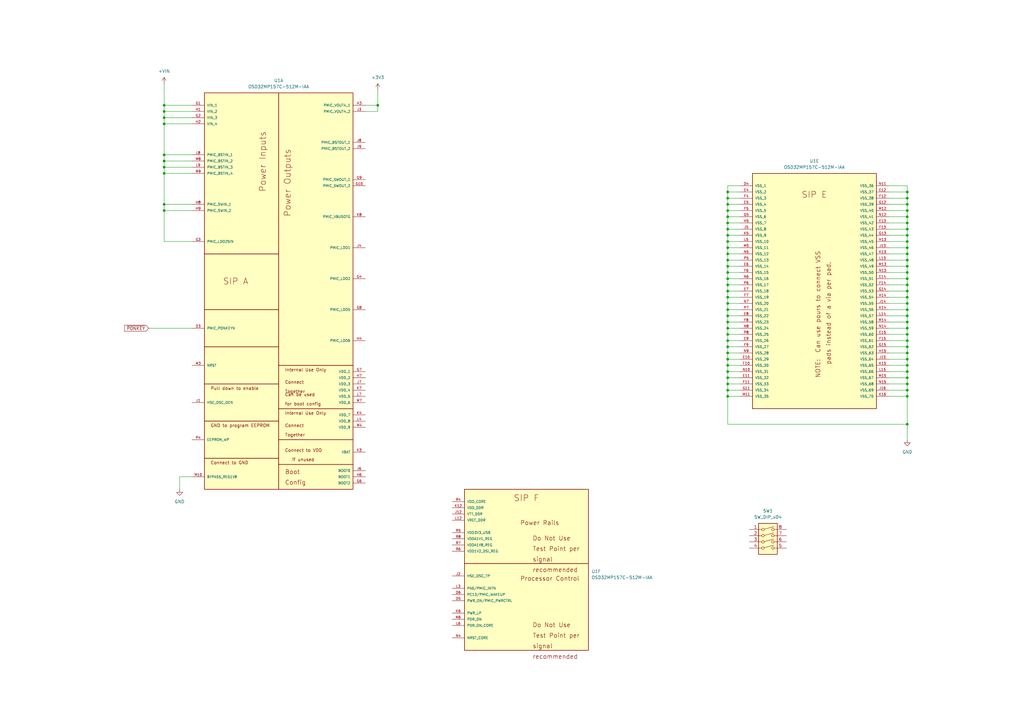
<source format=kicad_sch>
(kicad_sch (version 20231120) (generator "eeschema") (generator_version "8.0")
  (paper "A3")
  (lib_symbols
    (symbol "OSD32MP157C-512M-IAA:OSD32MP157C-512M-IAA" (pin_names (offset 1.016))
      (property "Reference" "U" (at 0 165.1 0))
      (property "Value" "OSD32MP157C-512M-IAA" (at 0 -2.54 0))
      (symbol "OSD32MP157C-512M-IAA_1_0"
        (polyline (pts (xy 0 96.52) (xy 30.48 96.52)) (stroke (width 0.254)))
        (polyline (pts (xy 30.48 10.16) (xy 30.48 0)) (stroke (width 0.254)))
        (polyline (pts (xy 30.48 10.16) (xy 30.48 12.7)) (stroke (width 0.254)))
        (polyline (pts (xy 30.48 12.7) (xy 0 12.7)) (stroke (width 0.254)))
        (polyline (pts (xy 30.48 20.32) (xy 30.48 12.7)) (stroke (width 0.254)))
        (polyline (pts (xy 30.48 20.32) (xy 30.48 27.94)) (stroke (width 0.254)))
        (polyline (pts (xy 30.48 20.32) (xy 60.96 20.32)) (stroke (width 0.254)))
        (polyline (pts (xy 30.48 27.94) (xy 0 27.94)) (stroke (width 0.254)))
        (polyline (pts (xy 30.48 33.02) (xy 30.48 27.94)) (stroke (width 0.254)))
        (polyline (pts (xy 30.48 33.02) (xy 60.96 33.02)) (stroke (width 0.254)))
        (polyline (pts (xy 30.48 43.18) (xy 0 43.18)) (stroke (width 0.254)))
        (polyline (pts (xy 30.48 43.18) (xy 30.48 33.02)) (stroke (width 0.254)))
        (polyline (pts (xy 30.48 50.8) (xy 30.48 43.18)) (stroke (width 0.254)))
        (polyline (pts (xy 30.48 50.8) (xy 60.96 50.8)) (stroke (width 0.254)))
        (polyline (pts (xy 30.48 58.42) (xy 0 58.42)) (stroke (width 0.254)))
        (polyline (pts (xy 30.48 58.42) (xy 30.48 50.8)) (stroke (width 0.254)))
        (polyline (pts (xy 30.48 73.66) (xy 0 73.66)) (stroke (width 0.254)))
        (polyline (pts (xy 30.48 73.66) (xy 30.48 58.42)) (stroke (width 0.254)))
        (polyline (pts (xy 30.48 96.52) (xy 30.48 73.66)) (stroke (width 0.254)))
        (polyline (pts (xy 30.48 162.56) (xy 30.48 96.52)) (stroke (width 0.254)))
        (polyline (pts (xy 60.96 10.16) (xy 30.48 10.16)) (stroke (width 0.254)))
        (rectangle (start 0 0) (end 60.96 162.56) (stroke (width 0.254)) (fill (type background)))
        (text "   if unused" (at 33.02 11.43 0) (effects (font (size 1.27 1.27)) (justify left bottom)))
        (text "Boot " (at 33.02 6.096 0) (effects (font (size 1.778 1.778)) (justify left bottom)))
        (text "Can be used" (at 33.02 38.1 0) (effects (font (size 1.27 1.27)) (justify left bottom)))
        (text "Config" (at 33.02 1.778 0) (effects (font (size 1.778 1.778)) (justify left bottom)))
        (text "Connect" (at 33.02 25.4 0) (effects (font (size 1.27 1.27)) (justify left bottom)))
        (text "Connect" (at 33.02 43.18 0) (effects (font (size 1.27 1.27)) (justify left bottom)))
        (text "Connect to GND" (at 2.54 10.16 0) (effects (font (size 1.27 1.27)) (justify left bottom)))
        (text "Connect to VDD" (at 33.02 15.24 0) (effects (font (size 1.27 1.27)) (justify left bottom)))
        (text "for boot config" (at 33.02 34.29 0) (effects (font (size 1.27 1.27)) (justify left bottom)))
        (text "GND to program EEPROM" (at 2.54 25.4 0) (effects (font (size 1.27 1.27)) (justify left bottom)))
        (text "Internal Use Only" (at 33.02 30.48 0) (effects (font (size 1.27 1.27)) (justify left bottom)))
        (text "Internal Use Only" (at 33.02 48.26 0) (effects (font (size 1.27 1.27)) (justify left bottom)))
        (text "Power Inputs" (at 25.4 121.92 900) (effects (font (size 2.54 2.54)) (justify left bottom)))
        (text "Power Outputs" (at 35.56 111.76 900) (effects (font (size 2.54 2.54)) (justify left bottom)))
        (text "Pull down to enable" (at 2.54 40.64 0) (effects (font (size 1.27 1.27)) (justify left bottom)))
        (text "SIP A" (at 7.62 83.82 0) (effects (font (size 2.54 2.54)) (justify left bottom)))
        (text "Together" (at 33.02 21.59 0) (effects (font (size 1.27 1.27)) (justify left bottom)))
        (text "Together" (at 33.02 39.37 0) (effects (font (size 1.27 1.27)) (justify left bottom)))
        (pin bidirectional line (at -5.08 66.04 0) (length 5.08) (name "PMIC_PONKEYN") (number "D3"))
        (pin bidirectional line (at -5.08 157.48 0) (length 5.08) (name "VIN_1") (number "G1"))
        (pin bidirectional line (at 66.04 124.46 180) (length 5.08) (name "PMIC_SWOUT_2") (number "G10"))
        (pin bidirectional line (at -5.08 152.4 0) (length 5.08) (name "VIN_3") (number "G2"))
        (pin bidirectional line (at -5.08 101.6 0) (length 5.08) (name "PMIC_LDO25IN") (number "G3"))
        (pin bidirectional line (at 66.04 86.36 180) (length 5.08) (name "PMIC_LDO2") (number "G4"))
        (pin bidirectional line (at 66.04 2.54 180) (length 5.08) (name "BOOT2") (number "G6"))
        (pin bidirectional line (at 66.04 48.26 180) (length 5.08) (name "VDD_1") (number "G7"))
        (pin bidirectional line (at 66.04 73.66 180) (length 5.08) (name "PMIC_LDO5") (number "G8"))
        (pin bidirectional line (at 66.04 127 180) (length 5.08) (name "PMIC_SWOUT_1") (number "G9"))
        (pin bidirectional line (at -5.08 154.94 0) (length 5.08) (name "VIN_2") (number "H1"))
        (pin bidirectional line (at -5.08 149.86 0) (length 5.08) (name "VIN_4") (number "H2"))
        (pin bidirectional line (at 66.04 157.48 180) (length 5.08) (name "PMIC_VOUT4_1") (number "H3"))
        (pin bidirectional line (at 66.04 60.96 180) (length 5.08) (name "PMIC_LDO6") (number "H4"))
        (pin bidirectional line (at 66.04 5.08 180) (length 5.08) (name "BOOT1") (number "H6"))
        (pin bidirectional line (at 66.04 45.72 180) (length 5.08) (name "VDD_2") (number "H7"))
        (pin bidirectional line (at -5.08 116.84 0) (length 5.08) (name "PMIC_SWIN_1") (number "H8"))
        (pin bidirectional line (at -5.08 114.3 0) (length 5.08) (name "PMIC_SWIN_2") (number "H9"))
        (pin bidirectional line (at -5.08 35.56 0) (length 5.08) (name "HSE_OSC_OEN") (number "J1"))
        (pin bidirectional line (at 66.04 154.94 180) (length 5.08) (name "PMIC_VOUT4_2") (number "J3"))
        (pin bidirectional line (at 66.04 99.06 180) (length 5.08) (name "PMIC_LDO1") (number "J4"))
        (pin bidirectional line (at 66.04 7.62 180) (length 5.08) (name "BOOT0") (number "J6"))
        (pin bidirectional line (at 66.04 43.18 180) (length 5.08) (name "VDD_3") (number "J7"))
        (pin bidirectional line (at 66.04 142.24 180) (length 5.08) (name "PMIC_BSTOUT_1") (number "J8"))
        (pin bidirectional line (at 66.04 139.7 180) (length 5.08) (name "PMIC_BSTOUT_2") (number "J9"))
        (pin bidirectional line (at 66.04 15.24 180) (length 5.08) (name "VBAT") (number "K3"))
        (pin bidirectional line (at 66.04 30.48 180) (length 5.08) (name "VDD_7") (number "K4"))
        (pin bidirectional line (at 66.04 40.64 180) (length 5.08) (name "VDD_4") (number "K7"))
        (pin bidirectional line (at 66.04 111.76 180) (length 5.08) (name "PMIC_VBUSOTG") (number "K8"))
        (pin bidirectional line (at 66.04 27.94 180) (length 5.08) (name "VDD_8") (number "L4"))
        (pin bidirectional line (at 66.04 38.1 180) (length 5.08) (name "VDD_5") (number "L7"))
        (pin bidirectional line (at -5.08 137.16 0) (length 5.08) (name "PMIC_BSTIN_1") (number "L8"))
        (pin bidirectional line (at -5.08 132.08 0) (length 5.08) (name "PMIC_BSTIN_3") (number "L9"))
        (pin bidirectional line (at -5.08 5.08 0) (length 5.08) (name "BYPASS_REG1V8") (number "M10"))
        (pin bidirectional line (at -5.08 50.8 0) (length 5.08) (name "NRST") (number "M3"))
        (pin bidirectional line (at 66.04 25.4 180) (length 5.08) (name "VDD_9") (number "M4"))
        (pin bidirectional line (at 66.04 35.56 180) (length 5.08) (name "VDD_6") (number "M7"))
        (pin bidirectional line (at -5.08 134.62 0) (length 5.08) (name "PMIC_BSTIN_2") (number "M8"))
        (pin bidirectional line (at -5.08 129.54 0) (length 5.08) (name "PMIC_BSTIN_4") (number "M9"))
        (pin bidirectional line (at -5.08 20.32 0) (length 5.08) (name "EEPROM_WP") (number "P4"))
      )
      (symbol "OSD32MP157C-512M-IAA_2_0"
        (rectangle (start 0 0) (end 50.8 96.52) (stroke (width 0.254)) (fill (type background)))
        (text "SIP B" (at 20.32 81.28 0) (effects (font (size 2.54 2.54)) (justify left bottom)))
        (pin bidirectional line (at -5.08 43.18 0) (length 5.08) (name "PB0") (number "A11"))
        (pin bidirectional line (at -5.08 73.66 0) (length 5.08) (name "PA7") (number "A12"))
        (pin bidirectional line (at -5.08 17.78 0) (length 5.08) (name "PB10") (number "A13"))
        (pin bidirectional line (at -5.08 10.16 0) (length 5.08) (name "PB13") (number "A14"))
        (pin bidirectional line (at -5.08 86.36 0) (length 5.08) (name "PA2") (number "A15"))
        (pin bidirectional line (at -5.08 78.74 0) (length 5.08) (name "PA5") (number "A16"))
        (pin bidirectional line (at 55.88 91.44 180) (length 5.08) (name "PC0") (number "A17"))
        (pin bidirectional line (at 55.88 5.08 180) (length 5.08) (name "PD15") (number "A2"))
        (pin bidirectional line (at -5.08 58.42 0) (length 5.08) (name "PA13") (number "A3"))
        (pin bidirectional line (at -5.08 83.82 0) (length 5.08) (name "PA3") (number "A5"))
        (pin bidirectional line (at -5.08 15.24 0) (length 5.08) (name "PB11") (number "A9"))
        (pin bidirectional line (at 55.88 20.32 180) (length 5.08) (name "PD9") (number "B1"))
        (pin bidirectional line (at -5.08 40.64 0) (length 5.08) (name "PB1") (number "B11"))
        (pin bidirectional line (at 55.88 81.28 180) (length 5.08) (name "PC4") (number "B12"))
        (pin bidirectional line (at -5.08 12.7 0) (length 5.08) (name "PB12") (number "B14"))
        (pin bidirectional line (at 55.88 88.9 180) (length 5.08) (name "PC1") (number "B15"))
        (pin bidirectional line (at -5.08 81.28 0) (length 5.08) (name "PA4") (number "B16"))
        (pin bidirectional line (at -5.08 76.2 0) (length 5.08) (name "PA6") (number "B17"))
        (pin bidirectional line (at 55.88 22.86 180) (length 5.08) (name "PD8") (number "B2"))
        (pin bidirectional line (at -5.08 55.88 0) (length 5.08) (name "PA14") (number "B3"))
        (pin bidirectional line (at 55.88 83.82 180) (length 5.08) (name "PC3") (number "B6"))
        (pin bidirectional line (at 55.88 78.74 180) (length 5.08) (name "PC5") (number "C12"))
        (pin bidirectional line (at -5.08 88.9 0) (length 5.08) (name "PA1") (number "C16"))
        (pin bidirectional line (at -5.08 30.48 0) (length 5.08) (name "PB5") (number "C17"))
        (pin bidirectional line (at 55.88 7.62 180) (length 5.08) (name "PD14") (number "C3"))
        (pin bidirectional line (at 55.88 86.36 180) (length 5.08) (name "PC2") (number "C7"))
        (pin bidirectional line (at 55.88 15.24 180) (length 5.08) (name "PD11") (number "E18"))
        (pin bidirectional line (at 55.88 12.7 180) (length 5.08) (name "PD12") (number "F16"))
        (pin bidirectional line (at 55.88 10.16 180) (length 5.08) (name "PD13") (number "F17"))
        (pin bidirectional line (at -5.08 27.94 0) (length 5.08) (name "PB6") (number "H18"))
        (pin bidirectional line (at -5.08 66.04 0) (length 5.08) (name "PA10") (number "L16"))
        (pin bidirectional line (at -5.08 63.5 0) (length 5.08) (name "PA11") (number "L17"))
        (pin bidirectional line (at -5.08 60.96 0) (length 5.08) (name "PA12") (number "L18"))
        (pin bidirectional line (at -5.08 38.1 0) (length 5.08) (name "PB2") (number "M18"))
        (pin bidirectional line (at 55.88 53.34 180) (length 5.08) (name "PC15-OSC32_OUT") (number "N1"))
        (pin bidirectional line (at 55.88 55.88 180) (length 5.08) (name "PC14-OSC32_IN") (number "N2"))
        (pin bidirectional line (at 55.88 73.66 180) (length 5.08) (name "PC7") (number "R16"))
        (pin bidirectional line (at 55.88 76.2 180) (length 5.08) (name "PC6") (number "R18"))
        (pin bidirectional line (at 55.88 27.94 180) (length 5.08) (name "PD6") (number "T10"))
        (pin bidirectional line (at 55.88 35.56 180) (length 5.08) (name "PD3") (number "T11"))
        (pin bidirectional line (at -5.08 22.86 0) (length 5.08) (name "PB8") (number "T13"))
        (pin bidirectional line (at -5.08 7.62 0) (length 5.08) (name "PB14") (number "T14"))
        (pin bidirectional line (at -5.08 53.34 0) (length 5.08) (name "PA15") (number "T15"))
        (pin bidirectional line (at 55.88 71.12 180) (length 5.08) (name "PC8") (number "T16"))
        (pin bidirectional line (at -5.08 71.12 0) (length 5.08) (name "PA8") (number "T17"))
        (pin bidirectional line (at 55.88 30.48 180) (length 5.08) (name "PD5") (number "U10"))
        (pin bidirectional line (at 55.88 40.64 180) (length 5.08) (name "PD1") (number "U11"))
        (pin bidirectional line (at -5.08 68.58 0) (length 5.08) (name "PA9") (number "U12"))
        (pin bidirectional line (at -5.08 20.32 0) (length 5.08) (name "PB9") (number "U13"))
        (pin bidirectional line (at -5.08 33.02 0) (length 5.08) (name "PB4") (number "U14"))
        (pin bidirectional line (at 55.88 68.58 180) (length 5.08) (name "PC9") (number "U16"))
        (pin bidirectional line (at 55.88 63.5 180) (length 5.08) (name "PC11") (number "U17"))
        (pin bidirectional line (at 55.88 38.1 180) (length 5.08) (name "PD2") (number "U18"))
        (pin bidirectional line (at 55.88 25.4 180) (length 5.08) (name "PD7") (number "U9"))
        (pin bidirectional line (at 55.88 33.02 180) (length 5.08) (name "PD4") (number "V10"))
        (pin bidirectional line (at 55.88 43.18 180) (length 5.08) (name "PD0") (number "V11"))
        (pin bidirectional line (at -5.08 25.4 0) (length 5.08) (name "PB7") (number "V12"))
        (pin bidirectional line (at -5.08 5.08 0) (length 5.08) (name "PB15") (number "V13"))
        (pin bidirectional line (at -5.08 35.56 0) (length 5.08) (name "PB3") (number "V14"))
        (pin bidirectional line (at 55.88 66.04 180) (length 5.08) (name "PC10") (number "V16"))
        (pin bidirectional line (at 55.88 60.96 180) (length 5.08) (name "PC12") (number "V17"))
        (pin bidirectional line (at 55.88 17.78 180) (length 5.08) (name "PD10") (number "V6"))
      )
      (symbol "OSD32MP157C-512M-IAA_3_0"
        (polyline (pts (xy 0 30.48) (xy 25.4 30.48)) (stroke (width 0.254)))
        (polyline (pts (xy 0 40.64) (xy 25.4 40.64)) (stroke (width 0.254)))
        (polyline (pts (xy 25.4 25.4) (xy 25.4 0)) (stroke (width 0.254)))
        (polyline (pts (xy 25.4 25.4) (xy 50.8 25.4)) (stroke (width 0.254)))
        (polyline (pts (xy 25.4 30.48) (xy 25.4 25.4)) (stroke (width 0.254)))
        (polyline (pts (xy 25.4 38.1) (xy 25.4 30.48)) (stroke (width 0.254)))
        (polyline (pts (xy 25.4 38.1) (xy 50.8 38.1)) (stroke (width 0.254)))
        (polyline (pts (xy 25.4 40.64) (xy 25.4 38.1)) (stroke (width 0.254)))
        (polyline (pts (xy 25.4 68.58) (xy 25.4 40.64)) (stroke (width 0.254)))
        (rectangle (start 0 0) (end 50.8 68.58) (stroke (width 0.254)) (fill (type background)))
        (text "Analog" (at 27.94 33.02 0) (effects (font (size 2.54 2.54)) (justify left bottom)))
        (text "Analog " (at 27.94 55.88 0) (effects (font (size 2.54 2.54)) (justify left bottom)))
        (text "DSI" (at 17.78 58.42 900) (effects (font (size 2.54 2.54)) (justify right top)))
        (text "JTAG" (at 27.94 20.32 0) (effects (font (size 2.54 2.54)) (justify left bottom)))
        (text "Power" (at 27.94 50.8 0) (effects (font (size 2.54 2.54)) (justify left bottom)))
        (text "SIP D" (at 7.62 35.56 0) (effects (font (size 2.54 2.54)) (justify left bottom)))
        (text "USB" (at 17.78 20.32 900) (effects (font (size 2.54 2.54)) (justify right top)))
        (pin bidirectional line (at -5.08 7.62 0) (length 5.08) (name "USB_DM2") (number "J17"))
        (pin bidirectional line (at -5.08 5.08 0) (length 5.08) (name "USB_DP2") (number "J18"))
        (pin bidirectional line (at 55.88 43.18 180) (length 5.08) (name "VSSA") (number "K1"))
        (pin bidirectional line (at -5.08 15.24 0) (length 5.08) (name "USB_DP1") (number "K17"))
        (pin bidirectional line (at -5.08 17.78 0) (length 5.08) (name "USB_DM1") (number "K18"))
        (pin bidirectional line (at 55.88 45.72 180) (length 5.08) (name "VREF-") (number "K2"))
        (pin bidirectional line (at -5.08 25.4 0) (length 5.08) (name "OTG_VBUS") (number "K9"))
        (pin bidirectional line (at 55.88 33.02 180) (length 5.08) (name "ANA0") (number "L1"))
        (pin bidirectional line (at 55.88 30.48 180) (length 5.08) (name "ANA1") (number "L2"))
        (pin bidirectional line (at 55.88 63.5 180) (length 5.08) (name "VDDA") (number "M1"))
        (pin bidirectional line (at 55.88 60.96 180) (length 5.08) (name "VREF+") (number "M2"))
        (pin bidirectional line (at -5.08 48.26 0) (length 5.08) (name "DSI_CKP") (number "N16"))
        (pin bidirectional line (at -5.08 55.88 0) (length 5.08) (name "DSI_D1P") (number "N17"))
        (pin bidirectional line (at -5.08 53.34 0) (length 5.08) (name "DSI_D1N") (number "N18"))
        (pin bidirectional line (at -5.08 45.72 0) (length 5.08) (name "DSI_CKN") (number "P16"))
        (pin bidirectional line (at -5.08 63.5 0) (length 5.08) (name "DSI_D0P") (number "P17"))
        (pin bidirectional line (at -5.08 60.96 0) (length 5.08) (name "DSI_D0N") (number "P18"))
        (pin bidirectional line (at 55.88 7.62 180) (length 5.08) (name "NJTRST") (number "R11"))
        (pin bidirectional line (at 55.88 10.16 180) (length 5.08) (name "JTDO-TRACESWO") (number "R12"))
        (pin bidirectional line (at 55.88 12.7 180) (length 5.08) (name "JTDI") (number "R13"))
        (pin bidirectional line (at 55.88 17.78 180) (length 5.08) (name "JTMS-SWDIO") (number "R14"))
        (pin bidirectional line (at 55.88 15.24 180) (length 5.08) (name "JTCK-SWCLK") (number "R15"))
      )
      (symbol "OSD32MP157C-512M-IAA_4_0"
        (rectangle (start 0 0) (end 50.8 144.78) (stroke (width 0.254)) (fill (type background)))
        (text "SIP C" (at 20.32 134.62 0) (effects (font (size 2.54 2.54)) (justify left bottom)))
        (pin bidirectional line (at -5.08 58.42 0) (length 5.08) (name "PF13") (number "A10"))
        (pin bidirectional line (at -5.08 12.7 0) (length 5.08) (name "PG12") (number "A4"))
        (pin bidirectional line (at -5.08 134.62 0) (length 5.08) (name "PE2") (number "A6"))
        (pin bidirectional line (at -5.08 7.62 0) (length 5.08) (name "PG14") (number "A7"))
        (pin bidirectional line (at -5.08 38.1 0) (length 5.08) (name "PG2") (number "A8"))
        (pin bidirectional line (at -5.08 55.88 0) (length 5.08) (name "PF14") (number "B10"))
        (pin bidirectional line (at 55.88 134.62 180) (length 5.08) (name "PH2") (number "B13"))
        (pin bidirectional line (at -5.08 63.5 0) (length 5.08) (name "PF11") (number "B18"))
        (pin bidirectional line (at 55.88 66.04 180) (length 5.08) (name "PI10") (number "B4"))
        (pin bidirectional line (at 55.88 124.46 180) (length 5.08) (name "PH6") (number "B5"))
        (pin bidirectional line (at -5.08 10.16 0) (length 5.08) (name "PG13") (number "B7"))
        (pin bidirectional line (at -5.08 40.64 0) (length 5.08) (name "PG1") (number "B8"))
        (pin bidirectional line (at -5.08 33.02 0) (length 5.08) (name "PG4") (number "B9"))
        (pin bidirectional line (at 55.88 71.12 180) (length 5.08) (name "PI8") (number "C1"))
        (pin bidirectional line (at -5.08 53.34 0) (length 5.08) (name "PF15") (number "C10"))
        (pin bidirectional line (at -5.08 60.96 0) (length 5.08) (name "PF12") (number "C11"))
        (pin bidirectional line (at 55.88 132.08 180) (length 5.08) (name "PH3") (number "C13"))
        (pin bidirectional line (at -5.08 15.24 0) (length 5.08) (name "PG11") (number "C14"))
        (pin bidirectional line (at -5.08 30.48 0) (length 5.08) (name "PG5") (number "C15"))
        (pin bidirectional line (at -5.08 17.78 0) (length 5.08) (name "PG10") (number "C18"))
        (pin bidirectional line (at 55.88 68.58 180) (length 5.08) (name "PI9") (number "C2"))
        (pin bidirectional line (at 55.88 63.5 180) (length 5.08) (name "PI11") (number "C4"))
        (pin bidirectional line (at 55.88 121.92 180) (length 5.08) (name "PH7") (number "C5"))
        (pin bidirectional line (at -5.08 83.82 0) (length 5.08) (name "PF3") (number "C6"))
        (pin bidirectional line (at -5.08 43.18 0) (length 5.08) (name "PG0") (number "C8"))
        (pin bidirectional line (at -5.08 35.56 0) (length 5.08) (name "PG3") (number "C9"))
        (pin bidirectional line (at 55.88 27.94 180) (length 5.08) (name "PZ6") (number "D1"))
        (pin bidirectional line (at -5.08 22.86 0) (length 5.08) (name "PG8") (number "D16"))
        (pin bidirectional line (at -5.08 121.92 0) (length 5.08) (name "PE7") (number "D17"))
        (pin bidirectional line (at -5.08 119.38 0) (length 5.08) (name "PE8") (number "D18"))
        (pin bidirectional line (at 55.88 25.4 180) (length 5.08) (name "PZ7") (number "D2"))
        (pin bidirectional line (at 55.88 35.56 180) (length 5.08) (name "PZ3") (number "E1"))
        (pin bidirectional line (at -5.08 116.84 0) (length 5.08) (name "PE9") (number "E16"))
        (pin bidirectional line (at -5.08 114.3 0) (length 5.08) (name "PE10") (number "E17"))
        (pin bidirectional line (at 55.88 33.02 180) (length 5.08) (name "PZ4/PMIC_SCL") (number "E2"))
        (pin bidirectional line (at 55.88 30.48 180) (length 5.08) (name "PZ5/PMIC_SDA") (number "E3"))
        (pin bidirectional line (at 55.88 43.18 180) (length 5.08) (name "PZ0") (number "F1"))
        (pin bidirectional line (at -5.08 76.2 0) (length 5.08) (name "PF6") (number "F18"))
        (pin bidirectional line (at 55.88 40.64 180) (length 5.08) (name "PZ1") (number "F2"))
        (pin bidirectional line (at 55.88 38.1 180) (length 5.08) (name "PZ2") (number "F3"))
        (pin bidirectional line (at -5.08 73.66 0) (length 5.08) (name "PF7") (number "G16"))
        (pin bidirectional line (at -5.08 71.12 0) (length 5.08) (name "PF8") (number "G17"))
        (pin bidirectional line (at -5.08 68.58 0) (length 5.08) (name "PF9") (number "G18"))
        (pin bidirectional line (at -5.08 66.04 0) (length 5.08) (name "PF10") (number "H16"))
        (pin bidirectional line (at -5.08 25.4 0) (length 5.08) (name "PG7") (number "H17"))
        (pin bidirectional line (at -5.08 20.32 0) (length 5.08) (name "PG9") (number "M17"))
        (pin bidirectional line (at 55.88 73.66 180) (length 5.08) (name "PI7") (number "N3"))
        (pin bidirectional line (at 55.88 81.28 180) (length 5.08) (name "PI4") (number "P1"))
        (pin bidirectional line (at 55.88 78.74 180) (length 5.08) (name "PI5") (number "P2"))
        (pin bidirectional line (at 55.88 76.2 180) (length 5.08) (name "PI6") (number "P3"))
        (pin bidirectional line (at 55.88 88.9 180) (length 5.08) (name "PI1") (number "R1"))
        (pin bidirectional line (at -5.08 129.54 0) (length 5.08) (name "PE4") (number "R17"))
        (pin bidirectional line (at 55.88 86.36 180) (length 5.08) (name "PI2") (number "R2"))
        (pin bidirectional line (at 55.88 83.82 180) (length 5.08) (name "PI3") (number "R3"))
        (pin bidirectional line (at 55.88 104.14 180) (length 5.08) (name "PH14") (number "T1"))
        (pin bidirectional line (at -5.08 132.08 0) (length 5.08) (name "PE3") (number "T12"))
        (pin bidirectional line (at -5.08 86.36 0) (length 5.08) (name "PF2") (number "T18"))
        (pin bidirectional line (at 55.88 101.6 180) (length 5.08) (name "PH15") (number "T2"))
        (pin bidirectional line (at 55.88 91.44 180) (length 5.08) (name "PI0") (number "T3"))
        (pin bidirectional line (at 55.88 119.38 180) (length 5.08) (name "PH8") (number "T4"))
        (pin bidirectional line (at -5.08 106.68 0) (length 5.08) (name "PE13") (number "T5"))
        (pin bidirectional line (at 55.88 127 180) (length 5.08) (name "PH5") (number "T6"))
        (pin bidirectional line (at -5.08 137.16 0) (length 5.08) (name "PE1") (number "T7"))
        (pin bidirectional line (at -5.08 78.74 0) (length 5.08) (name "PF5") (number "T8"))
        (pin bidirectional line (at -5.08 124.46 0) (length 5.08) (name "PE6") (number "T9"))
        (pin bidirectional line (at 55.88 106.68 180) (length 5.08) (name "PH13") (number "U1"))
        (pin bidirectional line (at -5.08 27.94 0) (length 5.08) (name "PG6") (number "U15"))
        (pin bidirectional line (at 55.88 109.22 180) (length 5.08) (name "PH12") (number "U2"))
        (pin bidirectional line (at 55.88 114.3 180) (length 5.08) (name "PH10") (number "U3"))
        (pin bidirectional line (at -5.08 101.6 0) (length 5.08) (name "PE15") (number "U4"))
        (pin bidirectional line (at -5.08 109.22 0) (length 5.08) (name "PE12") (number "U5"))
        (pin bidirectional line (at 55.88 129.54 180) (length 5.08) (name "PH4") (number "U6"))
        (pin bidirectional line (at -5.08 139.7 0) (length 5.08) (name "PE0") (number "U7"))
        (pin bidirectional line (at -5.08 91.44 0) (length 5.08) (name "PF0") (number "U8"))
        (pin bidirectional line (at -5.08 127 0) (length 5.08) (name "PE5") (number "V15"))
        (pin bidirectional line (at 55.88 111.76 180) (length 5.08) (name "PH11") (number "V2"))
        (pin bidirectional line (at 55.88 116.84 180) (length 5.08) (name "PH9") (number "V3"))
        (pin bidirectional line (at -5.08 104.14 0) (length 5.08) (name "PE14") (number "V4"))
        (pin bidirectional line (at -5.08 111.76 0) (length 5.08) (name "PE11") (number "V5"))
        (pin bidirectional line (at -5.08 81.28 0) (length 5.08) (name "PF4") (number "V7"))
        (pin bidirectional line (at -5.08 88.9 0) (length 5.08) (name "PF1") (number "V8"))
        (pin bidirectional line (at -5.08 5.08 0) (length 5.08) (name "PG15") (number "V9"))
      )
      (symbol "OSD32MP157C-512M-IAA_5_0"
        (rectangle (start 0 0) (end 50.8 96.52) (stroke (width 0.254)) (fill (type background)))
        (text "    pads instead of a via per pad." (at 32.258 12.7 900) (effects (font (size 1.778 1.778)) (justify left bottom)))
        (text "NOTE:  Can use pours to connect VSS" (at 27.94 12.7 900) (effects (font (size 1.778 1.778)) (justify left bottom)))
        (text "SIP E" (at 25.4 86.36 0) (effects (font (size 2.54 2.54)) (justify bottom)))
        (pin bidirectional line (at -5.08 91.44 0) (length 5.08) (name "VSS_1") (number "D4"))
        (pin bidirectional line (at -5.08 20.32 0) (length 5.08) (name "VSS_29") (number "E10"))
        (pin bidirectional line (at -5.08 12.7 0) (length 5.08) (name "VSS_32") (number "E11"))
        (pin bidirectional line (at 55.88 88.9 180) (length 5.08) (name "VSS_37") (number "E12"))
        (pin bidirectional line (at 55.88 76.2 180) (length 5.08) (name "VSS_42") (number "E13"))
        (pin bidirectional line (at 55.88 53.34 180) (length 5.08) (name "VSS_51") (number "E14"))
        (pin bidirectional line (at 55.88 30.48 180) (length 5.08) (name "VSS_60") (number "E15"))
        (pin bidirectional line (at -5.08 88.9 0) (length 5.08) (name "VSS_2") (number "E4"))
        (pin bidirectional line (at -5.08 83.82 0) (length 5.08) (name "VSS_4") (number "E5"))
        (pin bidirectional line (at -5.08 58.42 0) (length 5.08) (name "VSS_14") (number "E6"))
        (pin bidirectional line (at -5.08 48.26 0) (length 5.08) (name "VSS_18") (number "E7"))
        (pin bidirectional line (at -5.08 38.1 0) (length 5.08) (name "VSS_22") (number "E8"))
        (pin bidirectional line (at -5.08 27.94 0) (length 5.08) (name "VSS_26") (number "E9"))
        (pin bidirectional line (at -5.08 17.78 0) (length 5.08) (name "VSS_30") (number "F10"))
        (pin bidirectional line (at -5.08 10.16 0) (length 5.08) (name "VSS_33") (number "F11"))
        (pin bidirectional line (at 55.88 86.36 180) (length 5.08) (name "VSS_38") (number "F12"))
        (pin bidirectional line (at 55.88 73.66 180) (length 5.08) (name "VSS_43") (number "F13"))
        (pin bidirectional line (at 55.88 50.8 180) (length 5.08) (name "VSS_52") (number "F14"))
        (pin bidirectional line (at 55.88 27.94 180) (length 5.08) (name "VSS_61") (number "F15"))
        (pin bidirectional line (at -5.08 86.36 0) (length 5.08) (name "VSS_3") (number "F4"))
        (pin bidirectional line (at -5.08 81.28 0) (length 5.08) (name "VSS_5") (number "F5"))
        (pin bidirectional line (at -5.08 55.88 0) (length 5.08) (name "VSS_15") (number "F6"))
        (pin bidirectional line (at -5.08 45.72 0) (length 5.08) (name "VSS_19") (number "F7"))
        (pin bidirectional line (at -5.08 35.56 0) (length 5.08) (name "VSS_23") (number "F8"))
        (pin bidirectional line (at -5.08 25.4 0) (length 5.08) (name "VSS_27") (number "F9"))
        (pin bidirectional line (at -5.08 7.62 0) (length 5.08) (name "VSS_34") (number "G11"))
        (pin bidirectional line (at 55.88 83.82 180) (length 5.08) (name "VSS_39") (number "G12"))
        (pin bidirectional line (at 55.88 71.12 180) (length 5.08) (name "VSS_44") (number "G13"))
        (pin bidirectional line (at 55.88 48.26 180) (length 5.08) (name "VSS_53") (number "G14"))
        (pin bidirectional line (at 55.88 25.4 180) (length 5.08) (name "VSS_62") (number "G15"))
        (pin bidirectional line (at -5.08 78.74 0) (length 5.08) (name "VSS_6") (number "G5"))
        (pin bidirectional line (at 55.88 68.58 180) (length 5.08) (name "VSS_45") (number "H13"))
        (pin bidirectional line (at 55.88 45.72 180) (length 5.08) (name "VSS_54") (number "H14"))
        (pin bidirectional line (at 55.88 22.86 180) (length 5.08) (name "VSS_63") (number "H15"))
        (pin bidirectional line (at -5.08 76.2 0) (length 5.08) (name "VSS_7") (number "H5"))
        (pin bidirectional line (at 55.88 66.04 180) (length 5.08) (name "VSS_46") (number "J13"))
        (pin bidirectional line (at 55.88 43.18 180) (length 5.08) (name "VSS_55") (number "J14"))
        (pin bidirectional line (at 55.88 20.32 180) (length 5.08) (name "VSS_64") (number "J15"))
        (pin bidirectional line (at 55.88 7.62 180) (length 5.08) (name "VSS_69") (number "J16"))
        (pin bidirectional line (at -5.08 73.66 0) (length 5.08) (name "VSS_8") (number "J5"))
        (pin bidirectional line (at 55.88 63.5 180) (length 5.08) (name "VSS_47") (number "K13"))
        (pin bidirectional line (at 55.88 40.64 180) (length 5.08) (name "VSS_56") (number "K14"))
        (pin bidirectional line (at 55.88 17.78 180) (length 5.08) (name "VSS_65") (number "K15"))
        (pin bidirectional line (at 55.88 5.08 180) (length 5.08) (name "VSS_70") (number "K16"))
        (pin bidirectional line (at -5.08 71.12 0) (length 5.08) (name "VSS_9") (number "K5"))
        (pin bidirectional line (at 55.88 60.96 180) (length 5.08) (name "VSS_48") (number "L13"))
        (pin bidirectional line (at 55.88 38.1 180) (length 5.08) (name "VSS_57") (number "L14"))
        (pin bidirectional line (at 55.88 15.24 180) (length 5.08) (name "VSS_66") (number "L15"))
        (pin bidirectional line (at -5.08 68.58 0) (length 5.08) (name "VSS_10") (number "L5"))
        (pin bidirectional line (at -5.08 5.08 0) (length 5.08) (name "VSS_35") (number "M11"))
        (pin bidirectional line (at 55.88 81.28 180) (length 5.08) (name "VSS_40") (number "M12"))
        (pin bidirectional line (at 55.88 58.42 180) (length 5.08) (name "VSS_49") (number "M13"))
        (pin bidirectional line (at 55.88 35.56 180) (length 5.08) (name "VSS_58") (number "M14"))
        (pin bidirectional line (at 55.88 12.7 180) (length 5.08) (name "VSS_67") (number "M15"))
        (pin bidirectional line (at -5.08 66.04 0) (length 5.08) (name "VSS_11") (number "M5"))
        (pin bidirectional line (at -5.08 15.24 0) (length 5.08) (name "VSS_31") (number "N10"))
        (pin bidirectional line (at 55.88 91.44 180) (length 5.08) (name "VSS_36") (number "N11"))
        (pin bidirectional line (at 55.88 78.74 180) (length 5.08) (name "VSS_41") (number "N12"))
        (pin bidirectional line (at 55.88 55.88 180) (length 5.08) (name "VSS_50") (number "N13"))
        (pin bidirectional line (at 55.88 33.02 180) (length 5.08) (name "VSS_59") (number "N14"))
        (pin bidirectional line (at 55.88 10.16 180) (length 5.08) (name "VSS_68") (number "N15"))
        (pin bidirectional line (at -5.08 63.5 0) (length 5.08) (name "VSS_12") (number "N5"))
        (pin bidirectional line (at -5.08 53.34 0) (length 5.08) (name "VSS_16") (number "N6"))
        (pin bidirectional line (at -5.08 43.18 0) (length 5.08) (name "VSS_20") (number "N7"))
        (pin bidirectional line (at -5.08 33.02 0) (length 5.08) (name "VSS_24") (number "N8"))
        (pin bidirectional line (at -5.08 22.86 0) (length 5.08) (name "VSS_28") (number "N9"))
        (pin bidirectional line (at -5.08 60.96 0) (length 5.08) (name "VSS_13") (number "P5"))
        (pin bidirectional line (at -5.08 50.8 0) (length 5.08) (name "VSS_17") (number "P6"))
        (pin bidirectional line (at -5.08 40.64 0) (length 5.08) (name "VSS_21") (number "P7"))
        (pin bidirectional line (at -5.08 30.48 0) (length 5.08) (name "VSS_25") (number "P8"))
      )
      (symbol "OSD32MP157C-512M-IAA_6_0"
        (polyline (pts (xy 0 35.56) (xy 50.8 35.56)) (stroke (width 0.254)))
        (rectangle (start 0 0) (end 50.8 66.04) (stroke (width 0.254)) (fill (type background)))
        (text "Do Not Use" (at 27.94 11.43 0) (effects (font (size 1.778 1.778)) (justify left top)))
        (text "Do Not Use" (at 27.94 46.99 0) (effects (font (size 1.778 1.778)) (justify left top)))
        (text "Power Rails" (at 22.86 53.34 0) (effects (font (size 1.778 1.778)) (justify left top)))
        (text "Processor Control" (at 22.86 30.48 0) (effects (font (size 1.778 1.778)) (justify left top)))
        (text "recommended" (at 27.94 -1.524 0) (effects (font (size 1.778 1.778)) (justify left top)))
        (text "recommended" (at 27.94 34.036 0) (effects (font (size 1.778 1.778)) (justify left top)))
        (text "signal " (at 27.94 2.794 0) (effects (font (size 1.778 1.778)) (justify left top)))
        (text "signal " (at 27.94 38.354 0) (effects (font (size 1.778 1.778)) (justify left top)))
        (text "SIP F" (at 25.4 60.96 0) (effects (font (size 2.54 2.54)) (justify bottom)))
        (text "Test Point per " (at 27.94 7.112 0) (effects (font (size 1.778 1.778)) (justify left top)))
        (text "Test Point per " (at 27.94 42.672 0) (effects (font (size 1.778 1.778)) (justify left top)))
        (pin bidirectional line (at -5.08 20.32 0) (length 5.08) (name "PWR_ON/PMIC_PWRCTRL") (number "D5"))
        (pin bidirectional line (at -5.08 22.86 0) (length 5.08) (name "PC13/PMIC_WAKEUP") (number "D6"))
        (pin bidirectional line (at -5.08 55.88 0) (length 5.08) (name "VTT_DDR") (number "J12"))
        (pin bidirectional line (at -5.08 30.48 0) (length 5.08) (name "HSE_OSC_TP") (number "J2"))
        (pin bidirectional line (at -5.08 58.42 0) (length 5.08) (name "VDD_DDR") (number "K12"))
        (pin bidirectional line (at -5.08 15.24 0) (length 5.08) (name "PWR_LP") (number "K6"))
        (pin bidirectional line (at -5.08 53.34 0) (length 5.08) (name "VREF_DDR") (number "L12"))
        (pin bidirectional line (at -5.08 25.4 0) (length 5.08) (name "PA0/PMIC_INTN") (number "L3"))
        (pin bidirectional line (at -5.08 10.16 0) (length 5.08) (name "PDR_ON_CORE") (number "L6"))
        (pin bidirectional line (at -5.08 12.7 0) (length 5.08) (name "PDR_ON") (number "M6"))
        (pin bidirectional line (at -5.08 5.08 0) (length 5.08) (name "NRST_CORE") (number "N4"))
        (pin bidirectional line (at -5.08 60.96 0) (length 5.08) (name "VDD_CORE") (number "R4"))
        (pin bidirectional line (at -5.08 48.26 0) (length 5.08) (name "VDD3V3_USB") (number "R5"))
        (pin bidirectional line (at -5.08 40.64 0) (length 5.08) (name "VDD1V2_DSI_REG") (number "R6"))
        (pin bidirectional line (at -5.08 43.18 0) (length 5.08) (name "VDDA1V8_REG") (number "R7"))
        (pin bidirectional line (at -5.08 45.72 0) (length 5.08) (name "VDDA1V1_REG") (number "R8"))
      )
      (symbol "OSD32MP157C-512M-IAA_7_0"
        (rectangle (start 0 0) (end 50.8 33.02) (stroke (width 0.254)) (fill (type background)))
        (text "All pins reserved " (at 17.78 18.796 0) (effects (font (size 1.778 1.778)) (justify left bottom)))
        (text "Do Not Connect" (at 20.32 10.16 0) (effects (font (size 1.778 1.778)) (justify left bottom)))
        (text "for future use" (at 17.78 14.478 0) (effects (font (size 1.778 1.778)) (justify left bottom)))
        (text "SIP G" (at 30.48 22.86 0) (effects (font (size 2.54 2.54)) (justify bottom)))
        (pin bidirectional line (at -5.08 15.24 0) (length 5.08) (name "RSVD_6") (number "D10"))
        (pin bidirectional line (at -5.08 27.94 0) (length 5.08) (name "RSVD_1") (number "D7"))
        (pin bidirectional line (at -5.08 25.4 0) (length 5.08) (name "RSVD_2") (number "D8"))
        (pin bidirectional line (at -5.08 22.86 0) (length 5.08) (name "RSVD_3") (number "D9"))
        (pin bidirectional line (at -5.08 7.62 0) (length 5.08) (name "RSVD_9") (number "H12"))
        (pin bidirectional line (at -5.08 5.08 0) (length 5.08) (name "RSVD_10") (number "M16"))
        (pin bidirectional line (at -5.08 12.7 0) (length 5.08) (name "RSVD_7") (number "P10"))
        (pin bidirectional line (at -5.08 20.32 0) (length 5.08) (name "RSVD_4") (number "P9"))
        (pin bidirectional line (at -5.08 10.16 0) (length 5.08) (name "RSVD_8") (number "R10"))
        (pin bidirectional line (at -5.08 17.78 0) (length 5.08) (name "RSVD_5") (number "R9"))
      )
    )
    (symbol "Switch:SW_DIP_x04" (pin_names (offset 0) hide)
      (property "Reference" "SW" (at 0 8.89 0))
      (property "Value" "SW_DIP_x04" (at 0 -6.35 0))
      (symbol "SW_DIP_x04_0_0"
        (circle (center -2.032 -2.54) (radius 0.508))
        (circle (center -2.032 0) (radius 0.508))
        (circle (center -2.032 2.54) (radius 0.508))
        (circle (center -2.032 5.08) (radius 0.508))
        (polyline (pts (xy -1.524 -2.3876) (xy 2.3622 -1.3462)))
        (polyline (pts (xy -1.524 0.127) (xy 2.3622 1.1684)))
        (polyline (pts (xy -1.524 2.667) (xy 2.3622 3.7084)))
        (polyline (pts (xy -1.524 5.207) (xy 2.3622 6.2484)))
        (circle (center 2.032 -2.54) (radius 0.508))
        (circle (center 2.032 0) (radius 0.508))
        (circle (center 2.032 2.54) (radius 0.508))
        (circle (center 2.032 5.08) (radius 0.508))
      )
      (symbol "SW_DIP_x04_0_1"
        (rectangle (start -3.81 7.62) (end 3.81 -5.08) (stroke (width 0.254)) (fill (type background)))
      )
      (symbol "SW_DIP_x04_1_1"
        (pin passive line (at -7.62 5.08 0) (length 5.08) (name "~") (number "1"))
        (pin passive line (at -7.62 2.54 0) (length 5.08) (name "~") (number "2"))
        (pin passive line (at -7.62 0 0) (length 5.08) (name "~") (number "3"))
        (pin passive line (at -7.62 -2.54 0) (length 5.08) (name "~") (number "4"))
        (pin passive line (at 7.62 -2.54 180) (length 5.08) (name "~") (number "5"))
        (pin passive line (at 7.62 0 180) (length 5.08) (name "~") (number "6"))
        (pin passive line (at 7.62 2.54 180) (length 5.08) (name "~") (number "7"))
        (pin passive line (at 7.62 5.08 180) (length 5.08) (name "~") (number "8"))
      )
    )
    (symbol "power:+3V3" (power) (pin_numbers hide) (pin_names (offset 0) hide)
      (property "Value" "+3V3" (at 0 3.556 0))
      (symbol "+3V3_0_1"
        (polyline (pts (xy -0.762 1.27) (xy 0 2.54)))
        (polyline (pts (xy 0 0) (xy 0 2.54)))
        (polyline (pts (xy 0 2.54) (xy 0.762 1.27)))
      )
      (symbol "+3V3_1_1"
        (pin power_in line (at 0 0 90) (length 0) (name "~") (number "1"))
      )
    )
    (symbol "power:+5V" (power) (pin_numbers hide) (pin_names (offset 0) hide)
      (property "Value" "+5V" (at 0 3.556 0))
      (symbol "+5V_0_1"
        (polyline (pts (xy -0.762 1.27) (xy 0 2.54)))
        (polyline (pts (xy 0 0) (xy 0 2.54)))
        (polyline (pts (xy 0 2.54) (xy 0.762 1.27)))
      )
      (symbol "+5V_1_1"
        (pin power_in line (at 0 0 90) (length 0) (name "~") (number "1"))
      )
    )
    (symbol "power:GND" (power) (pin_numbers hide) (pin_names (offset 0) hide)
      (property "Value" "GND" (at 0 -3.81 0))
      (symbol "GND_0_1"
        (polyline (pts (xy 0 0) (xy 0 -1.27) (xy 1.27 -1.27) (xy 0 -2.54) (xy -1.27 -1.27) (xy 0 -1.27)))
      )
      (symbol "GND_1_1"
        (pin power_in line (at 0 0 270) (length 0) (name "~") (number "1"))
      )
    )
  )
  (junction (at 372.11 147.32))
  (junction (at 372.11 144.78))
  (junction (at 67.31 86.36))
  (junction (at 298.45 124.46))
  (junction (at 372.11 81.28))
  (junction (at 298.45 109.22))
  (junction (at 298.45 83.82))
  (junction (at 67.31 45.72))
  (junction (at 298.45 142.24))
  (junction (at 372.11 78.74))
  (junction (at 298.45 160.02))
  (junction (at 372.11 160.02))
  (junction (at 298.45 81.28))
  (junction (at 372.11 96.52))
  (junction (at 372.11 83.82))
  (junction (at 372.11 157.48))
  (junction (at 298.45 127))
  (junction (at 372.11 121.92))
  (junction (at 298.45 93.98))
  (junction (at 298.45 119.38))
  (junction (at 298.45 157.48))
  (junction (at 298.45 104.14))
  (junction (at 372.11 99.06))
  (junction (at 372.11 104.14))
  (junction (at 372.11 119.38))
  (junction (at 372.11 154.94))
  (junction (at 372.11 116.84))
  (junction (at 298.45 152.4))
  (junction (at 298.45 162.56))
  (junction (at 298.45 121.92))
  (junction (at 372.11 101.6))
  (junction (at 154.94 43.18))
  (junction (at 298.45 101.6))
  (junction (at 298.45 99.06))
  (junction (at 298.45 134.62))
  (junction (at 372.11 106.68))
  (junction (at 67.31 43.18))
  (junction (at 298.45 114.3))
  (junction (at 298.45 149.86))
  (junction (at 298.45 106.68))
  (junction (at 298.45 137.16))
  (junction (at 298.45 88.9))
  (junction (at 298.45 86.36))
  (junction (at 372.11 142.24))
  (junction (at 372.11 93.98))
  (junction (at 298.45 96.52))
  (junction (at 372.11 111.76))
  (junction (at 372.11 173.99))
  (junction (at 372.11 139.7))
  (junction (at 298.45 91.44))
  (junction (at 298.45 132.08))
  (junction (at 372.11 132.08))
  (junction (at 372.11 109.22))
  (junction (at 298.45 147.32))
  (junction (at 372.11 152.4))
  (junction (at 298.45 129.54))
  (junction (at 67.31 48.26))
  (junction (at 67.31 68.58))
  (junction (at 298.45 116.84))
  (junction (at 67.31 83.82))
  (junction (at 372.11 149.86))
  (junction (at 372.11 129.54))
  (junction (at 372.11 88.9))
  (junction (at 67.31 66.04))
  (junction (at 67.31 50.8))
  (junction (at 372.11 127))
  (junction (at 372.11 91.44))
  (junction (at 372.11 134.62))
  (junction (at 67.31 71.12))
  (junction (at 298.45 78.74))
  (junction (at 298.45 144.78))
  (junction (at 372.11 114.3))
  (junction (at 372.11 86.36))
  (junction (at 298.45 139.7))
  (junction (at 298.45 111.76))
  (junction (at 298.45 154.94))
  (junction (at 67.31 63.5))
  (junction (at 372.11 124.46))
  (junction (at 372.11 162.56))
  (junction (at 372.11 137.16))
  (wire (pts (xy 372.11 104.14) (xy 372.11 106.68)))
  (wire (pts (xy 78.74 99.06) (xy 67.31 99.06)))
  (wire (pts (xy 372.11 160.02) (xy 372.11 162.56)))
  (wire (pts (xy 364.49 132.08) (xy 372.11 132.08)))
  (wire (pts (xy 303.53 106.68) (xy 298.45 106.68)))
  (wire (pts (xy 298.45 119.38) (xy 298.45 121.92)))
  (wire (pts (xy 364.49 119.38) (xy 372.11 119.38)))
  (wire (pts (xy 372.11 76.2) (xy 372.11 78.74)))
  (wire (pts (xy 372.11 119.38) (xy 372.11 121.92)))
  (wire (pts (xy 298.45 137.16) (xy 298.45 139.7)))
  (wire (pts (xy 303.53 144.78) (xy 298.45 144.78)))
  (wire (pts (xy 298.45 144.78) (xy 298.45 147.32)))
  (wire (pts (xy 364.49 96.52) (xy 372.11 96.52)))
  (wire (pts (xy 372.11 121.92) (xy 372.11 124.46)))
  (wire (pts (xy 372.11 180.34) (xy 372.11 173.99)))
  (wire (pts (xy 364.49 149.86) (xy 372.11 149.86)))
  (wire (pts (xy 372.11 154.94) (xy 372.11 157.48)))
  (wire (pts (xy 303.53 127) (xy 298.45 127)))
  (wire (pts (xy 372.11 147.32) (xy 372.11 149.86)))
  (wire (pts (xy 154.94 36.83) (xy 154.94 43.18)))
  (wire (pts (xy 298.45 173.99) (xy 372.11 173.99)))
  (wire (pts (xy 67.31 63.5) (xy 67.31 66.04)))
  (wire (pts (xy 67.31 68.58) (xy 67.31 66.04)))
  (wire (pts (xy 73.66 195.58) (xy 73.66 200.66)))
  (wire (pts (xy 364.49 78.74) (xy 372.11 78.74)))
  (wire (pts (xy 364.49 104.14) (xy 372.11 104.14)))
  (wire (pts (xy 67.31 48.26) (xy 67.31 45.72)))
  (wire (pts (xy 298.45 121.92) (xy 298.45 124.46)))
  (wire (pts (xy 298.45 86.36) (xy 298.45 88.9)))
  (wire (pts (xy 372.11 91.44) (xy 372.11 93.98)))
  (wire (pts (xy 364.49 124.46) (xy 372.11 124.46)))
  (wire (pts (xy 298.45 88.9) (xy 298.45 91.44)))
  (wire (pts (xy 364.49 157.48) (xy 372.11 157.48)))
  (wire (pts (xy 364.49 101.6) (xy 372.11 101.6)))
  (wire (pts (xy 364.49 116.84) (xy 372.11 116.84)))
  (wire (pts (xy 303.53 78.74) (xy 298.45 78.74)))
  (wire (pts (xy 364.49 83.82) (xy 372.11 83.82)))
  (wire (pts (xy 364.49 134.62) (xy 372.11 134.62)))
  (wire (pts (xy 298.45 127) (xy 298.45 129.54)))
  (wire (pts (xy 372.11 124.46) (xy 372.11 127)))
  (wire (pts (xy 364.49 144.78) (xy 372.11 144.78)))
  (wire (pts (xy 67.31 99.06) (xy 67.31 86.36)))
  (wire (pts (xy 372.11 132.08) (xy 372.11 134.62)))
  (wire (pts (xy 364.49 142.24) (xy 372.11 142.24)))
  (wire (pts (xy 372.11 142.24) (xy 372.11 144.78)))
  (wire (pts (xy 372.11 144.78) (xy 372.11 147.32)))
  (wire (pts (xy 364.49 154.94) (xy 372.11 154.94)))
  (wire (pts (xy 78.74 71.12) (xy 67.31 71.12)))
  (wire (pts (xy 303.53 114.3) (xy 298.45 114.3)))
  (wire (pts (xy 67.31 45.72) (xy 67.31 43.18)))
  (wire (pts (xy 372.11 157.48) (xy 372.11 160.02)))
  (wire (pts (xy 60.96 134.62) (xy 78.74 134.62)))
  (wire (pts (xy 298.45 93.98) (xy 298.45 96.52)))
  (wire (pts (xy 303.53 137.16) (xy 298.45 137.16)))
  (wire (pts (xy 364.49 152.4) (xy 372.11 152.4)))
  (wire (pts (xy 372.11 162.56) (xy 364.49 162.56)))
  (wire (pts (xy 78.74 50.8) (xy 67.31 50.8)))
  (wire (pts (xy 303.53 147.32) (xy 298.45 147.32)))
  (wire (pts (xy 78.74 63.5) (xy 67.31 63.5)))
  (wire (pts (xy 364.49 109.22) (xy 372.11 109.22)))
  (wire (pts (xy 303.53 81.28) (xy 298.45 81.28)))
  (wire (pts (xy 298.45 116.84) (xy 298.45 119.38)))
  (wire (pts (xy 78.74 83.82) (xy 67.31 83.82)))
  (wire (pts (xy 372.11 99.06) (xy 372.11 101.6)))
  (wire (pts (xy 372.11 78.74) (xy 372.11 81.28)))
  (wire (pts (xy 149.86 45.72) (xy 154.94 45.72)))
  (wire (pts (xy 298.45 160.02) (xy 298.45 162.56)))
  (wire (pts (xy 298.45 142.24) (xy 298.45 144.78)))
  (wire (pts (xy 298.45 132.08) (xy 298.45 134.62)))
  (wire (pts (xy 303.53 132.08) (xy 298.45 132.08)))
  (wire (pts (xy 298.45 162.56) (xy 298.45 173.99)))
  (wire (pts (xy 364.49 121.92) (xy 372.11 121.92)))
  (wire (pts (xy 67.31 43.18) (xy 67.31 34.29)))
  (wire (pts (xy 303.53 88.9) (xy 298.45 88.9)))
  (wire (pts (xy 364.49 76.2) (xy 372.11 76.2)))
  (wire (pts (xy 298.45 81.28) (xy 298.45 83.82)))
  (wire (pts (xy 303.53 160.02) (xy 298.45 160.02)))
  (wire (pts (xy 154.94 43.18) (xy 149.86 43.18)))
  (wire (pts (xy 372.11 93.98) (xy 372.11 96.52)))
  (wire (pts (xy 364.49 88.9) (xy 372.11 88.9)))
  (wire (pts (xy 372.11 81.28) (xy 372.11 83.82)))
  (wire (pts (xy 298.45 124.46) (xy 298.45 127)))
  (wire (pts (xy 372.11 106.68) (xy 372.11 109.22)))
  (wire (pts (xy 372.11 96.52) (xy 372.11 99.06)))
  (wire (pts (xy 372.11 152.4) (xy 372.11 154.94)))
  (wire (pts (xy 364.49 99.06) (xy 372.11 99.06)))
  (wire (pts (xy 298.45 101.6) (xy 298.45 104.14)))
  (wire (pts (xy 303.53 116.84) (xy 298.45 116.84)))
  (wire (pts (xy 298.45 154.94) (xy 298.45 157.48)))
  (wire (pts (xy 298.45 83.82) (xy 298.45 86.36)))
  (wire (pts (xy 298.45 129.54) (xy 298.45 132.08)))
  (wire (pts (xy 303.53 134.62) (xy 298.45 134.62)))
  (wire (pts (xy 67.31 83.82) (xy 67.31 71.12)))
  (wire (pts (xy 364.49 106.68) (xy 372.11 106.68)))
  (wire (pts (xy 298.45 152.4) (xy 298.45 154.94)))
  (wire (pts (xy 303.53 152.4) (xy 298.45 152.4)))
  (wire (pts (xy 372.11 109.22) (xy 372.11 111.76)))
  (wire (pts (xy 303.53 109.22) (xy 298.45 109.22)))
  (wire (pts (xy 364.49 111.76) (xy 372.11 111.76)))
  (wire (pts (xy 67.31 50.8) (xy 67.31 48.26)))
  (wire (pts (xy 78.74 68.58) (xy 67.31 68.58)))
  (wire (pts (xy 364.49 127) (xy 372.11 127)))
  (wire (pts (xy 372.11 116.84) (xy 372.11 119.38)))
  (wire (pts (xy 298.45 147.32) (xy 298.45 149.86)))
  (wire (pts (xy 298.45 91.44) (xy 298.45 93.98)))
  (wire (pts (xy 78.74 86.36) (xy 67.31 86.36)))
  (wire (pts (xy 67.31 63.5) (xy 67.31 50.8)))
  (wire (pts (xy 364.49 91.44) (xy 372.11 91.44)))
  (wire (pts (xy 298.45 149.86) (xy 298.45 152.4)))
  (wire (pts (xy 298.45 109.22) (xy 298.45 111.76)))
  (wire (pts (xy 364.49 147.32) (xy 372.11 147.32)))
  (wire (pts (xy 303.53 111.76) (xy 298.45 111.76)))
  (wire (pts (xy 154.94 45.72) (xy 154.94 43.18)))
  (wire (pts (xy 298.45 111.76) (xy 298.45 114.3)))
  (wire (pts (xy 303.53 76.2) (xy 298.45 76.2)))
  (wire (pts (xy 364.49 160.02) (xy 372.11 160.02)))
  (wire (pts (xy 364.49 129.54) (xy 372.11 129.54)))
  (wire (pts (xy 298.45 104.14) (xy 298.45 106.68)))
  (wire (pts (xy 372.11 83.82) (xy 372.11 86.36)))
  (wire (pts (xy 298.45 139.7) (xy 298.45 142.24)))
  (wire (pts (xy 303.53 124.46) (xy 298.45 124.46)))
  (wire (pts (xy 303.53 99.06) (xy 298.45 99.06)))
  (wire (pts (xy 303.53 91.44) (xy 298.45 91.44)))
  (wire (pts (xy 372.11 127) (xy 372.11 129.54)))
  (wire (pts (xy 364.49 139.7) (xy 372.11 139.7)))
  (wire (pts (xy 303.53 96.52) (xy 298.45 96.52)))
  (wire (pts (xy 303.53 104.14) (xy 298.45 104.14)))
  (wire (pts (xy 298.45 157.48) (xy 298.45 160.02)))
  (wire (pts (xy 303.53 142.24) (xy 298.45 142.24)))
  (wire (pts (xy 303.53 162.56) (xy 298.45 162.56)))
  (wire (pts (xy 303.53 129.54) (xy 298.45 129.54)))
  (wire (pts (xy 372.11 101.6) (xy 372.11 104.14)))
  (wire (pts (xy 372.11 149.86) (xy 372.11 152.4)))
  (wire (pts (xy 303.53 149.86) (xy 298.45 149.86)))
  (wire (pts (xy 298.45 99.06) (xy 298.45 101.6)))
  (wire (pts (xy 303.53 121.92) (xy 298.45 121.92)))
  (wire (pts (xy 372.11 88.9) (xy 372.11 91.44)))
  (wire (pts (xy 364.49 137.16) (xy 372.11 137.16)))
  (wire (pts (xy 364.49 93.98) (xy 372.11 93.98)))
  (wire (pts (xy 78.74 66.04) (xy 67.31 66.04)))
  (wire (pts (xy 372.11 111.76) (xy 372.11 114.3)))
  (wire (pts (xy 67.31 71.12) (xy 67.31 68.58)))
  (wire (pts (xy 298.45 134.62) (xy 298.45 137.16)))
  (wire (pts (xy 298.45 114.3) (xy 298.45 116.84)))
  (wire (pts (xy 303.53 157.48) (xy 298.45 157.48)))
  (wire (pts (xy 298.45 76.2) (xy 298.45 78.74)))
  (wire (pts (xy 303.53 83.82) (xy 298.45 83.82)))
  (wire (pts (xy 303.53 93.98) (xy 298.45 93.98)))
  (wire (pts (xy 372.11 139.7) (xy 372.11 142.24)))
  (wire (pts (xy 372.11 86.36) (xy 372.11 88.9)))
  (wire (pts (xy 372.11 134.62) (xy 372.11 137.16)))
  (wire (pts (xy 303.53 139.7) (xy 298.45 139.7)))
  (wire (pts (xy 372.11 137.16) (xy 372.11 139.7)))
  (wire (pts (xy 372.11 129.54) (xy 372.11 132.08)))
  (wire (pts (xy 372.11 173.99) (xy 372.11 162.56)))
  (wire (pts (xy 78.74 43.18) (xy 67.31 43.18)))
  (wire (pts (xy 78.74 195.58) (xy 73.66 195.58)))
  (wire (pts (xy 303.53 86.36) (xy 298.45 86.36)))
  (wire (pts (xy 78.74 45.72) (xy 67.31 45.72)))
  (wire (pts (xy 298.45 78.74) (xy 298.45 81.28)))
  (wire (pts (xy 303.53 154.94) (xy 298.45 154.94)))
  (wire (pts (xy 364.49 81.28) (xy 372.11 81.28)))
  (wire (pts (xy 303.53 101.6) (xy 298.45 101.6)))
  (wire (pts (xy 372.11 114.3) (xy 372.11 116.84)))
  (wire (pts (xy 298.45 106.68) (xy 298.45 109.22)))
  (wire (pts (xy 364.49 114.3) (xy 372.11 114.3)))
  (wire (pts (xy 78.74 48.26) (xy 67.31 48.26)))
  (wire (pts (xy 303.53 119.38) (xy 298.45 119.38)))
  (wire (pts (xy 364.49 86.36) (xy 372.11 86.36)))
  (wire (pts (xy 298.45 96.52) (xy 298.45 99.06)))
  (wire (pts (xy 67.31 86.36) (xy 67.31 83.82)))
  (global_label "~{PONKEY}" (shape input) (at 60.96 134.62 180) (property "Intersheetrefs" "${INTERSHEET_REFS}" (effects (hide yes))))
  (symbol (lib_id "power:GND") (at 372.11 180.34 0) (unit 1)
    (property "Reference" "#PWR01" (effects (hide yes)))
    (property "Value" "GND" (at 372.11 185.42 0))
    (property "Description" "Power symbol creates a global label with name \"GND\" , ground" (effects (hide yes)))
  )
  (symbol (lib_id "power:+3V3") (at 154.94 36.83 0) (unit 1)
    (property "Reference" "#PWR011" (effects (hide yes)))
    (property "Value" "+3V3" (at 154.94 31.75 0))
    (property "Description" "Power symbol creates a global label with name \"+3V3\"" (effects (hide yes)))
  )
  (symbol (lib_id "Switch:SW_DIP_x04") (at 314.96 222.25 0) (unit 1)
    (property "Reference" "SW1" (at 314.96 209.55 0))
    (property "Value" "SW_DIP_x04" (at 314.96 212.09 0))
    (property "Description" "4x DIP Switch, Single Pole Single Throw (SPST) switch, small symbol" (effects (hide yes)))
  )
  (symbol (lib_id "power:GND") (at 73.66 200.66 0) (unit 1)
    (property "Reference" "#PWR010" (effects (hide yes)))
    (property "Value" "GND" (at 73.66 205.74 0))
    (property "Description" "Power symbol creates a global label with name \"GND\" , ground" (effects (hide yes)))
  )
  (symbol (lib_id "OSD32MP157C-512M-IAA:OSD32MP157C-512M-IAA") (at 308.61 167.64 0) (unit 5)
    (property "Reference" "U1" (at 334.01 66.04 0))
    (property "Value" "OSD32MP157C-512M-IAA" (at 334.01 68.58 0))
    (property "Footprint" "OSD32MP157C-512M-IAA:OSD32MP15X-BGA-324" (effects (hide yes)))
    (property "MF" "Octavo Systems LLC" (effects (hide yes)))
    (property "Description_1" "\nOSD32MP15x Embedded Module Arm® Dual Cortex®-A7, Arm® Cortex®-M4 NEON™ SIMD 650MHz, 209MHz\n" (effects (hide yes)))
    (property "Package" "BGA-302 Octavo Systems" (effects (hide yes)))
    (property "Price" "None" (effects (hide yes)))
    (property "SnapEDA_Link" "https://www.snapeda.com/parts/OSD32MP157C-512M-IAA/Octavo+Systems+LLC/view-part/?ref=snap" (effects (hide yes)))
    (property "MP" "OSD32MP157C-512M-IAA" (effects (hide yes)))
    (property "Purchase-URL" "https://www.snapeda.com/api/url_track_click_mouser/?unipart_id=4998964&manufacturer=Octavo Systems LLC&part_name=OSD32MP157C-512M-IAA&search_term=osd32mp1" (effects (hide yes)))
    (property "Availability" "In Stock" (effects (hide yes)))
    (property "Check_prices" "https://www.snapeda.com/parts/OSD32MP157C-512M-IAA/Octavo+Systems+LLC/view-part/?ref=eda" (effects (hide yes)))
  )
  (symbol (lib_id "OSD32MP157C-512M-IAA:OSD32MP157C-512M-IAA") (at 190.5 266.7 0) (unit 6)
    (property "Reference" "U1" (at 242.57 234.3309 0) (effects (justify left)))
    (property "Value" "OSD32MP157C-512M-IAA" (at 242.57 236.8709 0) (effects (justify left)))
    (property "Footprint" "OSD32MP157C-512M-IAA:OSD32MP15X-BGA-324" (effects (hide yes)))
    (property "MF" "Octavo Systems LLC" (effects (hide yes)))
    (property "Description_1" "\nOSD32MP15x Embedded Module Arm® Dual Cortex®-A7, Arm® Cortex®-M4 NEON™ SIMD 650MHz, 209MHz\n" (effects (hide yes)))
    (property "Package" "BGA-302 Octavo Systems" (effects (hide yes)))
    (property "Price" "None" (effects (hide yes)))
    (property "SnapEDA_Link" "https://www.snapeda.com/parts/OSD32MP157C-512M-IAA/Octavo+Systems+LLC/view-part/?ref=snap" (effects (hide yes)))
    (property "MP" "OSD32MP157C-512M-IAA" (effects (hide yes)))
    (property "Purchase-URL" "https://www.snapeda.com/api/url_track_click_mouser/?unipart_id=4998964&manufacturer=Octavo Systems LLC&part_name=OSD32MP157C-512M-IAA&search_term=osd32mp1" (effects (hide yes)))
    (property "Availability" "In Stock" (effects (hide yes)))
    (property "Check_prices" "https://www.snapeda.com/parts/OSD32MP157C-512M-IAA/Octavo+Systems+LLC/view-part/?ref=eda" (effects (hide yes)))
  )
  (symbol (lib_id "power:+5V") (at 67.31 34.29 0) (unit 1)
    (property "Reference" "#PWR02" (effects (hide yes)))
    (property "Value" "+VIN" (at 67.31 29.21 0))
    (property "Description" "Power symbol creates a global label with name \"+5V\"" (effects (hide yes)))
  )
  (symbol (lib_id "OSD32MP157C-512M-IAA:OSD32MP157C-512M-IAA") (at 83.82 200.66 0) (unit 1)
    (property "Reference" "U1" (at 114.3 33.02 0))
    (property "Value" "OSD32MP157C-512M-IAA" (at 114.3 35.56 0))
    (property "Footprint" "OSD32MP157C-512M-IAA:OSD32MP15X-BGA-324" (effects (hide yes)))
    (property "MF" "Octavo Systems LLC" (effects (hide yes)))
    (property "Description_1" "\nOSD32MP15x Embedded Module Arm® Dual Cortex®-A7, Arm® Cortex®-M4 NEON™ SIMD 650MHz, 209MHz\n" (effects (hide yes)))
    (property "Package" "BGA-302 Octavo Systems" (effects (hide yes)))
    (property "Price" "None" (effects (hide yes)))
    (property "SnapEDA_Link" "https://www.snapeda.com/parts/OSD32MP157C-512M-IAA/Octavo+Systems+LLC/view-part/?ref=snap" (effects (hide yes)))
    (property "MP" "OSD32MP157C-512M-IAA" (effects (hide yes)))
    (property "Purchase-URL" "https://www.snapeda.com/api/url_track_click_mouser/?unipart_id=4998964&manufacturer=Octavo Systems LLC&part_name=OSD32MP157C-512M-IAA&search_term=osd32mp1" (effects (hide yes)))
    (property "Availability" "In Stock" (effects (hide yes)))
    (property "Check_prices" "https://www.snapeda.com/parts/OSD32MP157C-512M-IAA/Octavo+Systems+LLC/view-part/?ref=eda" (effects (hide yes)))
  )
)
</source>
